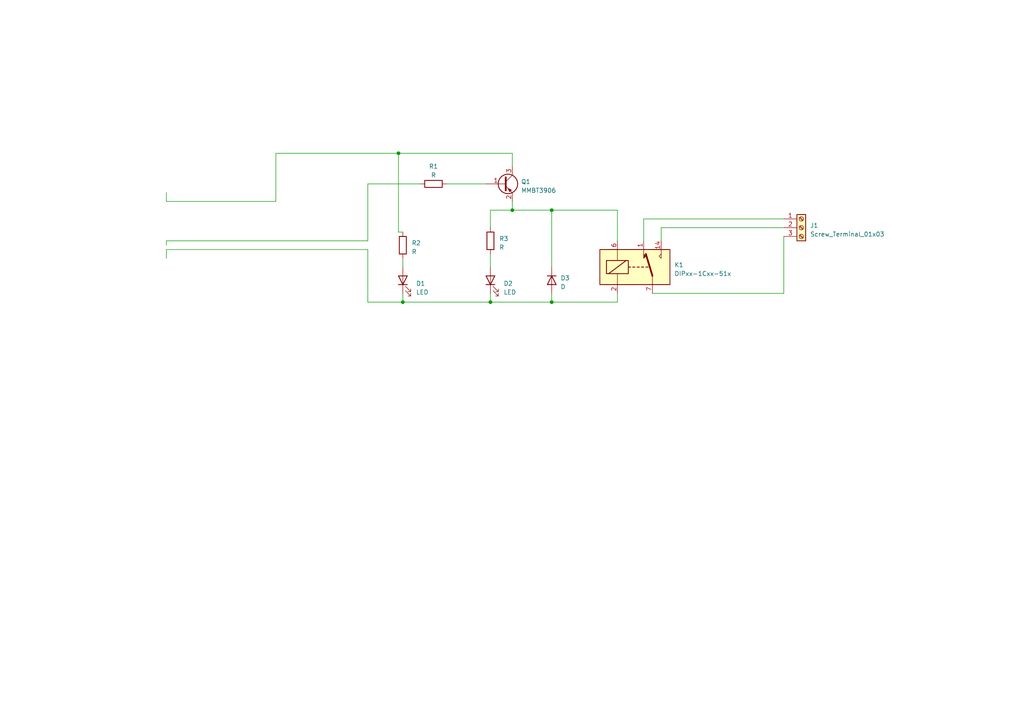
<source format=kicad_sch>
(kicad_sch (version 20230121) (generator eeschema)
  (paper "A4")
  (lib_symbols
    (symbol "Connector:Screw_Terminal_01x03" (pin_names (offset 1.016) hide)
      (property "Reference" "J" (at 0 5.08 0))
      (property "Value" "Screw_Terminal_01x03" (at 0 -5.08 0))
      (symbol "Screw_Terminal_01x03_1_1"
        (rectangle (start -1.27 3.81) (end 1.27 -3.81) (stroke (width 0.254)) (fill (type background)))
        (circle (center 0 -2.54) (radius 0.635) (stroke (width 0.1524)))
        (polyline (pts (xy -0.5334 -2.2098) (xy 0.3302 -3.048)) (stroke (width 0.1524)))
        (polyline (pts (xy -0.5334 0.3302) (xy 0.3302 -0.508)) (stroke (width 0.1524)))
        (polyline (pts (xy -0.5334 2.8702) (xy 0.3302 2.032)) (stroke (width 0.1524)))
        (polyline (pts (xy -0.3556 -2.032) (xy 0.508 -2.8702)) (stroke (width 0.1524)))
        (polyline (pts (xy -0.3556 0.508) (xy 0.508 -0.3302)) (stroke (width 0.1524)))
        (polyline (pts (xy -0.3556 3.048) (xy 0.508 2.2098)) (stroke (width 0.1524)))
        (circle (center 0 0) (radius 0.635) (stroke (width 0.1524)))
        (circle (center 0 2.54) (radius 0.635) (stroke (width 0.1524)))
        (pin passive line (at -5.08 2.54 0) (length 3.81) (name "Pin_1") (number "1"))
        (pin passive line (at -5.08 0 0) (length 3.81) (name "Pin_2") (number "2"))
        (pin passive line (at -5.08 -2.54 0) (length 3.81) (name "Pin_3") (number "3"))
      )
    )
    (symbol "Device:D" (pin_numbers hide) (pin_names (offset 1.016) hide)
      (property "Reference" "D" (at 0 2.54 0))
      (property "Value" "D" (at 0 -2.54 0))
      (symbol "D_0_1"
        (polyline (pts (xy -1.27 1.27) (xy -1.27 -1.27)) (stroke (width 0.254)))
        (polyline (pts (xy 1.27 0) (xy -1.27 0)))
        (polyline (pts (xy 1.27 1.27) (xy 1.27 -1.27) (xy -1.27 0) (xy 1.27 1.27)) (stroke (width 0.254)))
      )
      (symbol "D_1_1"
        (pin passive line (at -3.81 0 0) (length 2.54) (name "K") (number "1"))
        (pin passive line (at 3.81 0 180) (length 2.54) (name "A") (number "2"))
      )
    )
    (symbol "Device:LED" (pin_numbers hide) (pin_names (offset 1.016) hide)
      (property "Reference" "D" (at 0 2.54 0))
      (property "Value" "LED" (at 0 -2.54 0))
      (symbol "LED_0_1"
        (polyline (pts (xy -1.27 -1.27) (xy -1.27 1.27)) (stroke (width 0.254)))
        (polyline (pts (xy -1.27 0) (xy 1.27 0)))
        (polyline (pts (xy 1.27 -1.27) (xy 1.27 1.27) (xy -1.27 0) (xy 1.27 -1.27)) (stroke (width 0.254)))
        (polyline (pts (xy -3.048 -0.762) (xy -4.572 -2.286) (xy -3.81 -2.286) (xy -4.572 -2.286) (xy -4.572 -1.524)))
        (polyline (pts (xy -1.778 -0.762) (xy -3.302 -2.286) (xy -2.54 -2.286) (xy -3.302 -2.286) (xy -3.302 -1.524)))
      )
      (symbol "LED_1_1"
        (pin passive line (at -3.81 0 0) (length 2.54) (name "K") (number "1"))
        (pin passive line (at 3.81 0 180) (length 2.54) (name "A") (number "2"))
      )
    )
    (symbol "Device:R" (pin_numbers hide) (pin_names (offset 0))
      (property "Reference" "R" (at 2.032 0 90))
      (property "Value" "R" (at 0 0 90))
      (symbol "R_0_1"
        (rectangle (start -1.016 -2.54) (end 1.016 2.54) (stroke (width 0.254)))
      )
      (symbol "R_1_1"
        (pin passive line (at 0 3.81 270) (length 1.27) (name "~") (number "1"))
        (pin passive line (at 0 -3.81 90) (length 1.27) (name "~") (number "2"))
      )
    )
    (symbol "Relay:DIPxx-1Cxx-51x"
      (property "Reference" "K" (at 11.43 3.81 0))
      (property "Value" "DIPxx-1Cxx-51x" (at 11.43 1.27 0))
      (symbol "DIPxx-1Cxx-51x_0_0"
        (polyline (pts (xy 2.54 5.08) (xy 2.54 2.54) (xy 3.175 3.175) (xy 2.54 3.81)) (fill (type outline)))
        (polyline (pts (xy 7.62 5.08) (xy 7.62 2.54) (xy 6.985 3.175) (xy 7.62 3.81)))
      )
      (symbol "DIPxx-1Cxx-51x_0_1"
        (rectangle (start -10.16 5.08) (end 10.16 -5.08) (stroke (width 0.254)) (fill (type background)))
        (rectangle (start -8.255 1.905) (end -1.905 -1.905) (stroke (width 0.254)))
        (polyline (pts (xy -7.62 -1.905) (xy -2.54 1.905)) (stroke (width 0.254)))
        (polyline (pts (xy -5.08 -5.08) (xy -5.08 -1.905)))
        (polyline (pts (xy -5.08 5.08) (xy -5.08 1.905)))
        (polyline (pts (xy -1.905 0) (xy -1.27 0)) (stroke (width 0.254)))
        (polyline (pts (xy -0.635 0) (xy 0 0)) (stroke (width 0.254)))
        (polyline (pts (xy 0.635 0) (xy 1.27 0)) (stroke (width 0.254)))
        (polyline (pts (xy 1.905 0) (xy 2.54 0)) (stroke (width 0.254)))
        (polyline (pts (xy 3.175 0) (xy 3.81 0)) (stroke (width 0.254)))
        (polyline (pts (xy 5.08 -2.54) (xy 3.175 3.81)) (stroke (width 0.508)))
        (polyline (pts (xy 5.08 -2.54) (xy 5.08 -5.08)))
      )
      (symbol "DIPxx-1Cxx-51x_1_1"
        (pin passive line (at 2.54 7.62 270) (length 2.54) (name "~") (number "1"))
        (pin passive line (at 7.62 7.62 270) (length 2.54) (name "~") (number "14"))
        (pin passive line (at -5.08 -7.62 90) (length 2.54) (name "~") (number "2"))
        (pin passive line (at -5.08 7.62 270) (length 2.54) (name "~") (number "6"))
        (pin passive line (at 5.08 -7.62 90) (length 2.54) (name "~") (number "7"))
        (pin passive line (at 5.08 -7.62 90) (length 2.54) hide (name "~") (number "8"))
      )
    )
    (symbol "Transistor_BJT:MMBT3906" (pin_names (offset 0) hide)
      (property "Reference" "Q" (at 5.08 1.905 0))
      (property "Value" "MMBT3906" (at 5.08 0 0))
      (symbol "MMBT3906_0_1"
        (polyline (pts (xy 0.635 0.635) (xy 2.54 2.54)))
        (polyline (pts (xy 0.635 -0.635) (xy 2.54 -2.54) (xy 2.54 -2.54)))
        (polyline (pts (xy 0.635 1.905) (xy 0.635 -1.905) (xy 0.635 -1.905)) (stroke (width 0.508)))
        (polyline (pts (xy 2.286 -1.778) (xy 1.778 -2.286) (xy 1.27 -1.27) (xy 2.286 -1.778) (xy 2.286 -1.778)) (fill (type outline)))
        (circle (center 1.27 0) (radius 2.8194) (stroke (width 0.254)))
      )
      (symbol "MMBT3906_1_1"
        (pin input line (at -5.08 0 0) (length 5.715) (name "B") (number "1"))
        (pin passive line (at 2.54 -5.08 90) (length 2.54) (name "E") (number "2"))
        (pin passive line (at 2.54 5.08 270) (length 2.54) (name "C") (number "3"))
      )
    )
  )
  (junction (at 160.02 87.63))
  (junction (at 142.24 87.63))
  (junction (at 116.84 87.63))
  (junction (at 115.57 44.45))
  (junction (at 160.02 60.96))
  (junction (at 148.59 60.96))
  (wire (pts (xy 48.26 69.85) (xy 106.68 69.85)))
  (wire (pts (xy 106.68 72.39) (xy 106.68 87.63)))
  (wire (pts (xy 106.68 53.34) (xy 121.92 53.34)))
  (wire (pts (xy 160.02 87.63) (xy 179.07 87.63)))
  (wire (pts (xy 227.33 68.58) (xy 227.33 85.09)))
  (wire (pts (xy 186.69 63.5) (xy 227.33 63.5)))
  (wire (pts (xy 106.68 69.85) (xy 106.68 53.34)))
  (wire (pts (xy 142.24 87.63) (xy 160.02 87.63)))
  (wire (pts (xy 186.69 69.85) (xy 186.69 63.5)))
  (wire (pts (xy 160.02 60.96) (xy 179.07 60.96)))
  (wire (pts (xy 129.54 53.34) (xy 140.97 53.34)))
  (wire (pts (xy 191.77 66.04) (xy 227.33 66.04)))
  (wire (pts (xy 189.23 85.09) (xy 227.33 85.09)))
  (wire (pts (xy 142.24 66.04) (xy 142.24 60.96)))
  (wire (pts (xy 116.84 85.09) (xy 116.84 87.63)))
  (wire (pts (xy 80.01 44.45) (xy 80.01 58.42)))
  (wire (pts (xy 116.84 87.63) (xy 142.24 87.63)))
  (wire (pts (xy 148.59 60.96) (xy 160.02 60.96)))
  (wire (pts (xy 106.68 87.63) (xy 116.84 87.63)))
  (wire (pts (xy 179.07 60.96) (xy 179.07 69.85)))
  (wire (pts (xy 115.57 67.31) (xy 116.84 67.31)))
  (wire (pts (xy 48.26 72.39) (xy 48.26 74.93)))
  (wire (pts (xy 142.24 73.66) (xy 142.24 77.47)))
  (wire (pts (xy 48.26 58.42) (xy 48.26 55.88)))
  (wire (pts (xy 116.84 74.93) (xy 116.84 77.47)))
  (wire (pts (xy 142.24 85.09) (xy 142.24 87.63)))
  (wire (pts (xy 148.59 44.45) (xy 148.59 48.26)))
  (wire (pts (xy 80.01 44.45) (xy 115.57 44.45)))
  (wire (pts (xy 80.01 58.42) (xy 48.26 58.42)))
  (wire (pts (xy 191.77 69.85) (xy 191.77 66.04)))
  (wire (pts (xy 179.07 87.63) (xy 179.07 85.09)))
  (wire (pts (xy 115.57 44.45) (xy 115.57 67.31)))
  (wire (pts (xy 48.26 69.85) (xy 48.26 71.12)))
  (wire (pts (xy 160.02 60.96) (xy 160.02 77.47)))
  (wire (pts (xy 148.59 58.42) (xy 148.59 60.96)))
  (wire (pts (xy 142.24 60.96) (xy 148.59 60.96)))
  (wire (pts (xy 160.02 85.09) (xy 160.02 87.63)))
  (wire (pts (xy 115.57 44.45) (xy 148.59 44.45)))
  (wire (pts (xy 48.26 72.39) (xy 106.68 72.39)))
  (symbol (lib_id "Device:LED") (at 116.84 81.28 90) (unit 1)
    (property "Reference" "D1" (at 120.65 82.2325 90) (effects (justify right)))
    (property "Value" "LED" (at 120.65 84.7725 90) (effects (justify right)))
  )
  (symbol (lib_id "Device:R") (at 125.73 53.34 90) (unit 1)
    (property "Reference" "R1" (at 125.73 48.26 90))
    (property "Value" "R" (at 125.73 50.8 90))
  )
  (symbol (lib_id "Connector:Screw_Terminal_01x03") (at 232.41 66.04 0) (unit 1)
    (property "Reference" "J1" (at 234.95 65.405 0) (effects (justify left)))
    (property "Value" "Screw_Terminal_01x03" (at 234.95 67.945 0) (effects (justify left)))
  )
  (symbol (lib_id "Device:LED") (at 142.24 81.28 90) (unit 1)
    (property "Reference" "D2" (at 146.05 82.2325 90) (effects (justify right)))
    (property "Value" "LED" (at 146.05 84.7725 90) (effects (justify right)))
  )
  (symbol (lib_id "Transistor_BJT:MMBT3906") (at 146.05 53.34 0) (unit 1)
    (property "Reference" "Q1" (at 151.13 52.705 0) (effects (justify left)))
    (property "Value" "MMBT3906" (at 151.13 55.245 0) (effects (justify left)))
    (property "Footprint" "Package_TO_SOT_SMD:SOT-23" (effects hide))
    (property "Datasheet" "https://www.onsemi.com/pub/Collateral/2N3906-D.PDF" (effects hide))
  )
  (symbol (lib_id "Device:R") (at 142.24 69.85 0) (unit 1)
    (property "Reference" "R3" (at 144.78 69.215 0) (effects (justify left)))
    (property "Value" "R" (at 144.78 71.755 0) (effects (justify left)))
  )
  (symbol (lib_id "Device:R") (at 116.84 71.12 0) (unit 1)
    (property "Reference" "R2" (at 119.38 70.485 0) (effects (justify left)))
    (property "Value" "R" (at 119.38 73.025 0) (effects (justify left)))
  )
  (symbol (lib_id "Relay:DIPxx-1Cxx-51x") (at 184.15 77.47 0) (unit 1)
    (property "Reference" "K1" (at 195.58 76.835 0) (effects (justify left)))
    (property "Value" "DIPxx-1Cxx-51x" (at 195.58 79.375 0) (effects (justify left)))
    (property "Footprint" "Relay_THT:Relay_StandexMeder_DIP_LowProfile" (effects hide))
    (property "Datasheet" "https://standexelectronics.com/wp-content/uploads/datasheet_reed_relay_DIP.pdf" (effects hide))
  )
  (symbol (lib_id "Device:D") (at 160.02 81.28 270) (unit 1)
    (property "Reference" "D3" (at 162.56 80.645 90) (effects (justify left)))
    (property "Value" "D" (at 162.56 83.185 90) (effects (justify left)))
    (property "Sim.Device" "D" (effects hide))
    (property "Sim.Pins" "1=K 2=A" (effects hide))
  )
)
</source>
